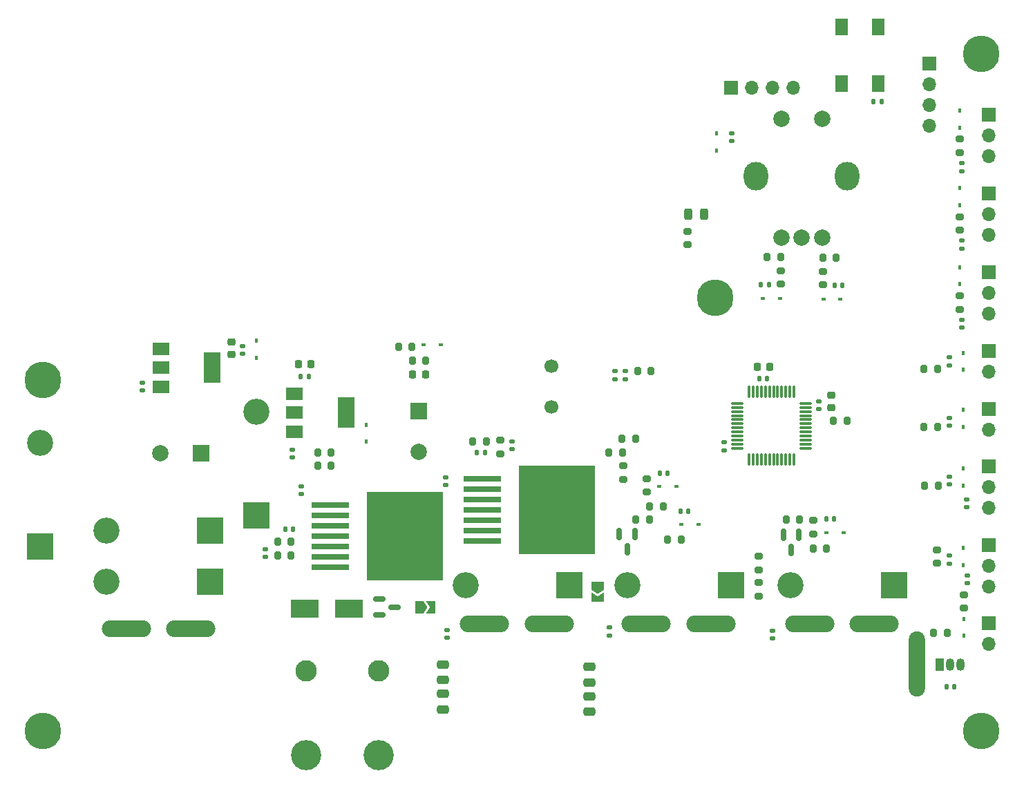
<source format=gts>
%TF.GenerationSoftware,KiCad,Pcbnew,6.0.4-6f826c9f35~116~ubuntu20.04.1*%
%TF.CreationDate,2022-04-23T21:57:52-06:00*%
%TF.ProjectId,hvac-v2,68766163-2d76-4322-9e6b-696361645f70,rev?*%
%TF.SameCoordinates,Original*%
%TF.FileFunction,Soldermask,Top*%
%TF.FilePolarity,Negative*%
%FSLAX46Y46*%
G04 Gerber Fmt 4.6, Leading zero omitted, Abs format (unit mm)*
G04 Created by KiCad (PCBNEW 6.0.4-6f826c9f35~116~ubuntu20.04.1) date 2022-04-23 21:57:52*
%MOMM*%
%LPD*%
G01*
G04 APERTURE LIST*
G04 Aperture macros list*
%AMRoundRect*
0 Rectangle with rounded corners*
0 $1 Rounding radius*
0 $2 $3 $4 $5 $6 $7 $8 $9 X,Y pos of 4 corners*
0 Add a 4 corners polygon primitive as box body*
4,1,4,$2,$3,$4,$5,$6,$7,$8,$9,$2,$3,0*
0 Add four circle primitives for the rounded corners*
1,1,$1+$1,$2,$3*
1,1,$1+$1,$4,$5*
1,1,$1+$1,$6,$7*
1,1,$1+$1,$8,$9*
0 Add four rect primitives between the rounded corners*
20,1,$1+$1,$2,$3,$4,$5,0*
20,1,$1+$1,$4,$5,$6,$7,0*
20,1,$1+$1,$6,$7,$8,$9,0*
20,1,$1+$1,$8,$9,$2,$3,0*%
%AMFreePoly0*
4,1,6,1.000000,0.000000,0.500000,-0.750000,-0.500000,-0.750000,-0.500000,0.750000,0.500000,0.750000,1.000000,0.000000,1.000000,0.000000,$1*%
%AMFreePoly1*
4,1,6,0.500000,-0.750000,-0.650000,-0.750000,-0.150000,0.000000,-0.650000,0.750000,0.500000,0.750000,0.500000,-0.750000,0.500000,-0.750000,$1*%
G04 Aperture macros list end*
%ADD10R,1.700000X1.700000*%
%ADD11O,1.700000X1.700000*%
%ADD12C,1.700000*%
%ADD13RoundRect,0.225000X-0.250000X0.225000X-0.250000X-0.225000X0.250000X-0.225000X0.250000X0.225000X0*%
%ADD14RoundRect,0.140000X-0.140000X-0.170000X0.140000X-0.170000X0.140000X0.170000X-0.140000X0.170000X0*%
%ADD15RoundRect,0.140000X0.170000X-0.140000X0.170000X0.140000X-0.170000X0.140000X-0.170000X-0.140000X0*%
%ADD16RoundRect,0.140000X-0.170000X0.140000X-0.170000X-0.140000X0.170000X-0.140000X0.170000X0.140000X0*%
%ADD17RoundRect,0.140000X0.140000X0.170000X-0.140000X0.170000X-0.140000X-0.170000X0.140000X-0.170000X0*%
%ADD18RoundRect,0.225000X-0.225000X-0.250000X0.225000X-0.250000X0.225000X0.250000X-0.225000X0.250000X0*%
%ADD19RoundRect,0.250000X-0.475000X0.250000X-0.475000X-0.250000X0.475000X-0.250000X0.475000X0.250000X0*%
%ADD20RoundRect,0.250000X0.475000X-0.250000X0.475000X0.250000X-0.475000X0.250000X-0.475000X-0.250000X0*%
%ADD21R,2.000000X2.000000*%
%ADD22C,2.000000*%
%ADD23RoundRect,0.225000X0.225000X0.250000X-0.225000X0.250000X-0.225000X-0.250000X0.225000X-0.250000X0*%
%ADD24R,0.600000X0.450000*%
%ADD25R,3.500000X2.300000*%
%ADD26RoundRect,0.243750X-0.243750X-0.456250X0.243750X-0.456250X0.243750X0.456250X-0.243750X0.456250X0*%
%ADD27R,0.450000X0.600000*%
%ADD28R,3.200000X3.200000*%
%ADD29O,3.200000X3.200000*%
%ADD30C,2.625000*%
%ADD31C,3.706000*%
%ADD32C,4.500000*%
%ADD33O,6.030000X2.070000*%
%ADD34FreePoly0,270.000000*%
%ADD35FreePoly1,270.000000*%
%ADD36FreePoly0,0.000000*%
%ADD37FreePoly1,0.000000*%
%ADD38RoundRect,0.150000X-0.587500X-0.150000X0.587500X-0.150000X0.587500X0.150000X-0.587500X0.150000X0*%
%ADD39RoundRect,0.150000X-0.150000X0.587500X-0.150000X-0.587500X0.150000X-0.587500X0.150000X0.587500X0*%
%ADD40RoundRect,0.200000X0.275000X-0.200000X0.275000X0.200000X-0.275000X0.200000X-0.275000X-0.200000X0*%
%ADD41RoundRect,0.200000X-0.200000X-0.275000X0.200000X-0.275000X0.200000X0.275000X-0.200000X0.275000X0*%
%ADD42RoundRect,0.200000X0.200000X0.275000X-0.200000X0.275000X-0.200000X-0.275000X0.200000X-0.275000X0*%
%ADD43RoundRect,0.200000X-0.275000X0.200000X-0.275000X-0.200000X0.275000X-0.200000X0.275000X0.200000X0*%
%ADD44R,1.500000X2.000000*%
%ADD45O,3.000000X3.500000*%
%ADD46RoundRect,0.075000X-0.075000X0.662500X-0.075000X-0.662500X0.075000X-0.662500X0.075000X0.662500X0*%
%ADD47RoundRect,0.075000X-0.662500X0.075000X-0.662500X-0.075000X0.662500X-0.075000X0.662500X0.075000X0*%
%ADD48R,4.600000X0.800000*%
%ADD49R,9.400000X10.800000*%
%ADD50R,2.000000X1.500000*%
%ADD51R,2.000000X3.800000*%
%ADD52R,1.050000X1.500000*%
%ADD53O,1.050000X1.500000*%
%ADD54O,2.000000X8.000000*%
%ADD55RoundRect,0.225000X0.250000X-0.225000X0.250000X0.225000X-0.250000X0.225000X-0.250000X-0.225000X0*%
G04 APERTURE END LIST*
D10*
%TO.C,J2*%
X143600000Y-65200000D03*
D11*
X143600000Y-67740000D03*
X143600000Y-70280000D03*
X143600000Y-72820000D03*
%TD*%
D10*
%TO.C,J14*%
X119300000Y-68200000D03*
D11*
X121840000Y-68200000D03*
X124380000Y-68200000D03*
X126920000Y-68200000D03*
%TD*%
D12*
%TO.C,BZ1*%
X97300000Y-102300000D03*
X97300000Y-107300000D03*
%TD*%
D13*
%TO.C,C1*%
X131600000Y-105825000D03*
X131600000Y-107375000D03*
%TD*%
D14*
%TO.C,C2*%
X136820000Y-69900000D03*
X137780000Y-69900000D03*
%TD*%
D15*
%TO.C,C3*%
X92500000Y-112480000D03*
X92500000Y-111520000D03*
%TD*%
D16*
%TO.C,C5*%
X130100000Y-106620000D03*
X130100000Y-107580000D03*
%TD*%
D14*
%TO.C,C6*%
X113120000Y-120100000D03*
X114080000Y-120100000D03*
%TD*%
D17*
%TO.C,C7*%
X89180000Y-112900000D03*
X88220000Y-112900000D03*
%TD*%
D14*
%TO.C,C8*%
X122820000Y-103800000D03*
X123780000Y-103800000D03*
%TD*%
D18*
%TO.C,C9*%
X122525000Y-102400000D03*
X124075000Y-102400000D03*
%TD*%
D19*
%TO.C,C10*%
X102000000Y-139150000D03*
X102000000Y-141050000D03*
%TD*%
%TO.C,C11*%
X102000000Y-142750000D03*
X102000000Y-144650000D03*
%TD*%
D15*
%TO.C,C12*%
X84400000Y-116880000D03*
X84400000Y-115920000D03*
%TD*%
%TO.C,C13*%
X66700000Y-117980000D03*
X66700000Y-117020000D03*
%TD*%
D18*
%TO.C,C14*%
X80325000Y-103300000D03*
X81875000Y-103300000D03*
%TD*%
D20*
%TO.C,C15*%
X84000000Y-140750000D03*
X84000000Y-138850000D03*
%TD*%
%TO.C,C16*%
X84000000Y-144350000D03*
X84000000Y-142450000D03*
%TD*%
D15*
%TO.C,C17*%
X84500000Y-135580000D03*
X84500000Y-134620000D03*
%TD*%
D17*
%TO.C,C18*%
X65680000Y-122300000D03*
X64720000Y-122300000D03*
%TD*%
D21*
%TO.C,C19*%
X54400000Y-113000000D03*
D22*
X49400000Y-113000000D03*
%TD*%
D15*
%TO.C,C20*%
X62300000Y-125680000D03*
X62300000Y-124720000D03*
%TD*%
D14*
%TO.C,C21*%
X132020000Y-92400000D03*
X132980000Y-92400000D03*
%TD*%
D16*
%TO.C,C22*%
X106400000Y-102920000D03*
X106400000Y-103880000D03*
%TD*%
%TO.C,C23*%
X105100000Y-102920000D03*
X105100000Y-103880000D03*
%TD*%
%TO.C,C24*%
X119400000Y-73720000D03*
X119400000Y-74680000D03*
%TD*%
D14*
%TO.C,C25*%
X110620000Y-115400000D03*
X111580000Y-115400000D03*
%TD*%
%TO.C,C26*%
X131020000Y-121000000D03*
X131980000Y-121000000D03*
%TD*%
%TO.C,C27*%
X123020000Y-92300000D03*
X123980000Y-92300000D03*
%TD*%
D15*
%TO.C,C28*%
X146100000Y-116780000D03*
X146100000Y-115820000D03*
%TD*%
%TO.C,C29*%
X146100000Y-126480000D03*
X146100000Y-125520000D03*
%TD*%
%TO.C,C30*%
X65600000Y-113480000D03*
X65600000Y-112520000D03*
%TD*%
%TO.C,C31*%
X146100000Y-102180000D03*
X146100000Y-101220000D03*
%TD*%
%TO.C,C32*%
X146100000Y-109580000D03*
X146100000Y-108620000D03*
%TD*%
%TO.C,C33*%
X104400000Y-135280000D03*
X104400000Y-134320000D03*
%TD*%
%TO.C,C34*%
X124400000Y-135680000D03*
X124400000Y-134720000D03*
%TD*%
D17*
%TO.C,C35*%
X67580000Y-103600000D03*
X66620000Y-103600000D03*
%TD*%
D15*
%TO.C,C36*%
X148200000Y-119600000D03*
X148200000Y-118640000D03*
%TD*%
%TO.C,C37*%
X148300000Y-128880000D03*
X148300000Y-127920000D03*
%TD*%
D23*
%TO.C,C38*%
X67875000Y-102000000D03*
X66325000Y-102000000D03*
%TD*%
D21*
%TO.C,C39*%
X81100000Y-107800000D03*
D22*
X81100000Y-112800000D03*
%TD*%
D17*
%TO.C,C40*%
X146680000Y-141600000D03*
X145720000Y-141600000D03*
%TD*%
D16*
%TO.C,C41*%
X147600000Y-77420000D03*
X147600000Y-78380000D03*
%TD*%
%TO.C,C42*%
X147600000Y-86920000D03*
X147600000Y-87880000D03*
%TD*%
%TO.C,C43*%
X147600000Y-96620000D03*
X147600000Y-97580000D03*
%TD*%
D24*
%TO.C,D1*%
X113250000Y-121700000D03*
X115350000Y-121700000D03*
%TD*%
%TO.C,D2*%
X81650000Y-99700000D03*
X83750000Y-99700000D03*
%TD*%
D25*
%TO.C,D4*%
X72500000Y-132000000D03*
X67100000Y-132000000D03*
%TD*%
D26*
%TO.C,D5*%
X114125000Y-83700000D03*
X116000000Y-83700000D03*
%TD*%
D27*
%TO.C,D6*%
X147900000Y-135350000D03*
X147900000Y-133250000D03*
%TD*%
D24*
%TO.C,D7*%
X132750000Y-94100000D03*
X130650000Y-94100000D03*
%TD*%
D28*
%TO.C,D8*%
X55500000Y-122400000D03*
D29*
X42800000Y-122400000D03*
%TD*%
D28*
%TO.C,D9*%
X55500000Y-128700000D03*
D29*
X42800000Y-128700000D03*
%TD*%
D27*
%TO.C,D10*%
X117600000Y-73750000D03*
X117600000Y-75850000D03*
%TD*%
D24*
%TO.C,D11*%
X110550000Y-117000000D03*
X112650000Y-117000000D03*
%TD*%
%TO.C,D12*%
X131050000Y-122700000D03*
X133150000Y-122700000D03*
%TD*%
%TO.C,D13*%
X125350000Y-94000000D03*
X123250000Y-94000000D03*
%TD*%
D27*
%TO.C,D14*%
X147800000Y-116950000D03*
X147800000Y-114850000D03*
%TD*%
%TO.C,D15*%
X147800000Y-126650000D03*
X147800000Y-124550000D03*
%TD*%
D28*
%TO.C,D16*%
X61200000Y-120600000D03*
D29*
X61200000Y-107900000D03*
%TD*%
D28*
%TO.C,D17*%
X119300000Y-129100000D03*
D29*
X106600000Y-129100000D03*
%TD*%
D28*
%TO.C,D18*%
X139300000Y-129100000D03*
D29*
X126600000Y-129100000D03*
%TD*%
D27*
%TO.C,D19*%
X147800000Y-102750000D03*
X147800000Y-100650000D03*
%TD*%
%TO.C,D20*%
X147800000Y-109750000D03*
X147800000Y-107650000D03*
%TD*%
%TO.C,D21*%
X74600000Y-109450000D03*
X74600000Y-111550000D03*
%TD*%
%TO.C,D22*%
X147400000Y-73050000D03*
X147400000Y-70950000D03*
%TD*%
%TO.C,D23*%
X147400000Y-82550000D03*
X147400000Y-80450000D03*
%TD*%
%TO.C,D24*%
X147400000Y-92250000D03*
X147400000Y-90150000D03*
%TD*%
D30*
%TO.C,F1*%
X67250000Y-139650000D03*
D31*
X67250000Y-149950000D03*
X76150000Y-149950000D03*
D30*
X76150000Y-139650000D03*
%TD*%
D32*
%TO.C,H1*%
X35000000Y-147000000D03*
%TD*%
%TO.C,H2*%
X150000000Y-64000000D03*
%TD*%
%TO.C,H3*%
X150000000Y-147000000D03*
%TD*%
%TO.C,H4*%
X35000000Y-104000000D03*
%TD*%
D10*
%TO.C,J3*%
X150900000Y-133800000D03*
D11*
X150900000Y-136340000D03*
%TD*%
D33*
%TO.C,J4*%
X53150000Y-134500000D03*
X45250000Y-134500000D03*
%TD*%
D10*
%TO.C,J5*%
X150900000Y-114600000D03*
D11*
X150900000Y-117140000D03*
X150900000Y-119680000D03*
%TD*%
D10*
%TO.C,J6*%
X150900000Y-124200000D03*
D11*
X150900000Y-126740000D03*
X150900000Y-129280000D03*
%TD*%
D33*
%TO.C,J7*%
X116850000Y-133900000D03*
X108950000Y-133900000D03*
%TD*%
%TO.C,J8*%
X136850000Y-133900000D03*
X128950000Y-133900000D03*
%TD*%
D10*
%TO.C,J9*%
X150900000Y-100400000D03*
D11*
X150900000Y-102940000D03*
%TD*%
D10*
%TO.C,J10*%
X150900000Y-107500000D03*
D11*
X150900000Y-110040000D03*
%TD*%
D10*
%TO.C,J12*%
X150900000Y-81100000D03*
D11*
X150900000Y-83640000D03*
X150900000Y-86180000D03*
%TD*%
D10*
%TO.C,J13*%
X150900000Y-90800000D03*
D11*
X150900000Y-93340000D03*
X150900000Y-95880000D03*
%TD*%
D34*
%TO.C,JP1*%
X103000000Y-129175000D03*
D35*
X103000000Y-130625000D03*
%TD*%
D36*
%TO.C,JP2*%
X81175000Y-131800000D03*
D37*
X82625000Y-131800000D03*
%TD*%
D38*
%TO.C,Q1*%
X76262500Y-130850000D03*
X76262500Y-132750000D03*
X78137500Y-131800000D03*
%TD*%
D39*
%TO.C,Q2*%
X107550000Y-122862500D03*
X105650000Y-122862500D03*
X106600000Y-124737500D03*
%TD*%
%TO.C,Q3*%
X127650000Y-122962500D03*
X125750000Y-122962500D03*
X126700000Y-124837500D03*
%TD*%
D40*
%TO.C,R1*%
X91100000Y-113025000D03*
X91100000Y-111375000D03*
%TD*%
D41*
%TO.C,R2*%
X131875000Y-109000000D03*
X133525000Y-109000000D03*
%TD*%
D42*
%TO.C,R3*%
X107625000Y-111200000D03*
X105975000Y-111200000D03*
%TD*%
%TO.C,R4*%
X106025000Y-112900000D03*
X104375000Y-112900000D03*
%TD*%
D41*
%TO.C,R5*%
X87675000Y-111500000D03*
X89325000Y-111500000D03*
%TD*%
%TO.C,R6*%
X111575000Y-123500000D03*
X113225000Y-123500000D03*
%TD*%
D40*
%TO.C,R7*%
X122700000Y-130450000D03*
X122700000Y-128800000D03*
%TD*%
D41*
%TO.C,R8*%
X78575000Y-99900000D03*
X80225000Y-99900000D03*
%TD*%
%TO.C,R9*%
X80275000Y-101600000D03*
X81925000Y-101600000D03*
%TD*%
D42*
%TO.C,R10*%
X65425000Y-123800000D03*
X63775000Y-123800000D03*
%TD*%
D41*
%TO.C,R11*%
X68675000Y-112900000D03*
X70325000Y-112900000D03*
%TD*%
%TO.C,R12*%
X68675000Y-114500000D03*
X70325000Y-114500000D03*
%TD*%
D40*
%TO.C,R13*%
X114000000Y-87425000D03*
X114000000Y-85775000D03*
%TD*%
D42*
%TO.C,R14*%
X65425000Y-125500000D03*
X63775000Y-125500000D03*
%TD*%
D43*
%TO.C,R15*%
X147900000Y-130275000D03*
X147900000Y-131925000D03*
%TD*%
D42*
%TO.C,R16*%
X109525000Y-102900000D03*
X107875000Y-102900000D03*
%TD*%
%TO.C,R18*%
X132225000Y-89000000D03*
X130575000Y-89000000D03*
%TD*%
%TO.C,R19*%
X125425000Y-88900000D03*
X123775000Y-88900000D03*
%TD*%
D40*
%TO.C,R20*%
X125400000Y-92225000D03*
X125400000Y-90575000D03*
%TD*%
%TO.C,R21*%
X109000000Y-117725000D03*
X109000000Y-116075000D03*
%TD*%
D41*
%TO.C,R22*%
X129375000Y-124600000D03*
X131025000Y-124600000D03*
%TD*%
%TO.C,R23*%
X107675000Y-121100000D03*
X109325000Y-121100000D03*
%TD*%
D40*
%TO.C,R24*%
X129400000Y-122825000D03*
X129400000Y-121175000D03*
%TD*%
D42*
%TO.C,R25*%
X145825000Y-135000000D03*
X144175000Y-135000000D03*
%TD*%
D40*
%TO.C,R26*%
X147400000Y-76125000D03*
X147400000Y-74475000D03*
%TD*%
%TO.C,R27*%
X147400000Y-85625000D03*
X147400000Y-83975000D03*
%TD*%
%TO.C,R28*%
X147400000Y-95325000D03*
X147400000Y-93675000D03*
%TD*%
D44*
%TO.C,SW1*%
X132850000Y-60700000D03*
X132850000Y-67700000D03*
X137350000Y-60700000D03*
X137350000Y-67700000D03*
%TD*%
D22*
%TO.C,SW2*%
X125500000Y-86500000D03*
X130500000Y-86500000D03*
X128000000Y-86500000D03*
X125500000Y-72000000D03*
X130500000Y-72000000D03*
D45*
X133600000Y-79000000D03*
X122400000Y-79000000D03*
%TD*%
D46*
%TO.C,U1*%
X127050000Y-105437500D03*
X126550000Y-105437500D03*
X126050000Y-105437500D03*
X125550000Y-105437500D03*
X125050000Y-105437500D03*
X124550000Y-105437500D03*
X124050000Y-105437500D03*
X123550000Y-105437500D03*
X123050000Y-105437500D03*
X122550000Y-105437500D03*
X122050000Y-105437500D03*
X121550000Y-105437500D03*
D47*
X120137500Y-106850000D03*
X120137500Y-107350000D03*
X120137500Y-107850000D03*
X120137500Y-108350000D03*
X120137500Y-108850000D03*
X120137500Y-109350000D03*
X120137500Y-109850000D03*
X120137500Y-110350000D03*
X120137500Y-110850000D03*
X120137500Y-111350000D03*
X120137500Y-111850000D03*
X120137500Y-112350000D03*
D46*
X121550000Y-113762500D03*
X122050000Y-113762500D03*
X122550000Y-113762500D03*
X123050000Y-113762500D03*
X123550000Y-113762500D03*
X124050000Y-113762500D03*
X124550000Y-113762500D03*
X125050000Y-113762500D03*
X125550000Y-113762500D03*
X126050000Y-113762500D03*
X126550000Y-113762500D03*
X127050000Y-113762500D03*
D47*
X128462500Y-112350000D03*
X128462500Y-111850000D03*
X128462500Y-111350000D03*
X128462500Y-110850000D03*
X128462500Y-110350000D03*
X128462500Y-109850000D03*
X128462500Y-109350000D03*
X128462500Y-108850000D03*
X128462500Y-108350000D03*
X128462500Y-107850000D03*
X128462500Y-107350000D03*
X128462500Y-106850000D03*
%TD*%
D48*
%TO.C,U2*%
X88850000Y-116090000D03*
X88850000Y-117360000D03*
X88850000Y-118630000D03*
X88850000Y-119900000D03*
X88850000Y-121170000D03*
X88850000Y-122440000D03*
X88850000Y-123710000D03*
D49*
X98000000Y-119900000D03*
%TD*%
D48*
%TO.C,U3*%
X70225000Y-119290000D03*
X70225000Y-120560000D03*
X70225000Y-121830000D03*
X70225000Y-123100000D03*
X70225000Y-124370000D03*
X70225000Y-125640000D03*
X70225000Y-126910000D03*
D49*
X79375000Y-123100000D03*
%TD*%
D50*
%TO.C,U4*%
X65850000Y-105700000D03*
D51*
X72150000Y-108000000D03*
D50*
X65850000Y-108000000D03*
X65850000Y-110300000D03*
%TD*%
D52*
%TO.C,U5*%
X144900000Y-138900000D03*
D53*
X146170000Y-138900000D03*
X147440000Y-138900000D03*
%TD*%
D33*
%TO.C,J1*%
X97050000Y-133900000D03*
X89150000Y-133900000D03*
%TD*%
D43*
%TO.C,R29*%
X106100000Y-114500000D03*
X106100000Y-116150000D03*
%TD*%
D40*
%TO.C,R30*%
X122700000Y-127225000D03*
X122700000Y-125575000D03*
%TD*%
D41*
%TO.C,R32*%
X109375000Y-119500000D03*
X111025000Y-119500000D03*
%TD*%
D42*
%TO.C,R33*%
X127725000Y-121100000D03*
X126075000Y-121100000D03*
%TD*%
D28*
%TO.C,D3*%
X99500000Y-129100000D03*
D29*
X86800000Y-129100000D03*
%TD*%
D15*
%TO.C,C4*%
X118500000Y-112580000D03*
X118500000Y-111620000D03*
%TD*%
D10*
%TO.C,J11*%
X150900000Y-71500000D03*
D11*
X150900000Y-74040000D03*
X150900000Y-76580000D03*
%TD*%
D32*
%TO.C,H5*%
X117400000Y-93900000D03*
%TD*%
D43*
%TO.C,R17*%
X130600000Y-90675000D03*
X130600000Y-92325000D03*
%TD*%
D42*
%TO.C,R34*%
X144725000Y-116900000D03*
X143075000Y-116900000D03*
%TD*%
D40*
%TO.C,R35*%
X144600000Y-126425000D03*
X144600000Y-124775000D03*
%TD*%
D42*
%TO.C,R36*%
X144625000Y-109700000D03*
X142975000Y-109700000D03*
%TD*%
%TO.C,R37*%
X144625000Y-102600000D03*
X142975000Y-102600000D03*
%TD*%
D54*
%TO.C,H6*%
X142100000Y-138800000D03*
%TD*%
D16*
%TO.C,C44*%
X47200000Y-104320000D03*
X47200000Y-105280000D03*
%TD*%
D50*
%TO.C,U6*%
X49450000Y-100200000D03*
D51*
X55750000Y-102500000D03*
D50*
X49450000Y-102500000D03*
X49450000Y-104800000D03*
%TD*%
D15*
%TO.C,C45*%
X59500000Y-100780000D03*
X59500000Y-99820000D03*
%TD*%
D55*
%TO.C,C46*%
X58100000Y-100875000D03*
X58100000Y-99325000D03*
%TD*%
D27*
%TO.C,D26*%
X61200000Y-101250000D03*
X61200000Y-99150000D03*
%TD*%
D28*
%TO.C,D25*%
X34700000Y-124350000D03*
D29*
X34700000Y-111650000D03*
%TD*%
M02*

</source>
